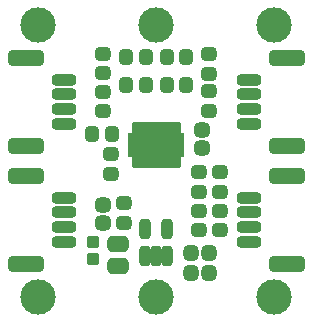
<source format=gbr>
G04 #@! TF.GenerationSoftware,KiCad,Pcbnew,(6.99.0-401-g0aca35bcab)*
G04 #@! TF.CreationDate,2022-01-13T14:08:31+01:00*
G04 #@! TF.ProjectId,TFI2CADT01A,54464932-4341-4445-9430-31412e6b6963,REV*
G04 #@! TF.SameCoordinates,PX78dfd90PY8290510*
G04 #@! TF.FileFunction,Soldermask,Bot*
G04 #@! TF.FilePolarity,Negative*
%FSLAX46Y46*%
G04 Gerber Fmt 4.6, Leading zero omitted, Abs format (unit mm)*
G04 Created by KiCad (PCBNEW (6.99.0-401-g0aca35bcab)) date 2022-01-13 14:08:31*
%MOMM*%
%LPD*%
G01*
G04 APERTURE LIST*
G04 Aperture macros list*
%AMRoundRect*
0 Rectangle with rounded corners*
0 $1 Rounding radius*
0 $2 $3 $4 $5 $6 $7 $8 $9 X,Y pos of 4 corners*
0 Add a 4 corners polygon primitive as box body*
4,1,4,$2,$3,$4,$5,$6,$7,$8,$9,$2,$3,0*
0 Add four circle primitives for the rounded corners*
1,1,$1+$1,$2,$3*
1,1,$1+$1,$4,$5*
1,1,$1+$1,$6,$7*
1,1,$1+$1,$8,$9*
0 Add four rect primitives between the rounded corners*
20,1,$1+$1,$2,$3,$4,$5,0*
20,1,$1+$1,$4,$5,$6,$7,0*
20,1,$1+$1,$6,$7,$8,$9,0*
20,1,$1+$1,$8,$9,$2,$3,0*%
G04 Aperture macros list end*
%ADD10C,3.000000*%
%ADD11RoundRect,0.400000X0.200000X0.275000X-0.200000X0.275000X-0.200000X-0.275000X0.200000X-0.275000X0*%
%ADD12RoundRect,0.418750X-0.256250X0.218750X-0.256250X-0.218750X0.256250X-0.218750X0.256250X0.218750X0*%
%ADD13RoundRect,0.425000X-0.225000X-0.250000X0.225000X-0.250000X0.225000X0.250000X-0.225000X0.250000X0*%
%ADD14RoundRect,0.200000X0.350000X-0.300000X0.350000X0.300000X-0.350000X0.300000X-0.350000X-0.300000X0*%
%ADD15RoundRect,0.400000X-0.275000X0.200000X-0.275000X-0.200000X0.275000X-0.200000X0.275000X0.200000X0*%
%ADD16RoundRect,0.400000X0.275000X-0.200000X0.275000X0.200000X-0.275000X0.200000X-0.275000X-0.200000X0*%
%ADD17RoundRect,0.400000X-0.200000X-0.275000X0.200000X-0.275000X0.200000X0.275000X-0.200000X0.275000X0*%
%ADD18RoundRect,0.350000X-0.700000X0.150000X-0.700000X-0.150000X0.700000X-0.150000X0.700000X0.150000X0*%
%ADD19RoundRect,0.450000X-1.100000X0.250000X-1.100000X-0.250000X1.100000X-0.250000X1.100000X0.250000X0*%
%ADD20RoundRect,0.350000X0.700000X-0.150000X0.700000X0.150000X-0.700000X0.150000X-0.700000X-0.150000X0*%
%ADD21RoundRect,0.450000X1.100000X-0.250000X1.100000X0.250000X-1.100000X0.250000X-1.100000X-0.250000X0*%
%ADD22RoundRect,0.350000X0.150000X-0.512500X0.150000X0.512500X-0.150000X0.512500X-0.150000X-0.512500X0*%
%ADD23RoundRect,0.200000X-0.125000X0.325000X-0.125000X-0.325000X0.125000X-0.325000X0.125000X0.325000X0*%
%ADD24RoundRect,0.200000X-2.200000X0.830000X-2.200000X-0.830000X2.200000X-0.830000X2.200000X0.830000X0*%
%ADD25RoundRect,0.450000X-0.475000X0.250000X-0.475000X-0.250000X0.475000X-0.250000X0.475000X0.250000X0*%
%ADD26RoundRect,0.425000X-0.250000X0.225000X-0.250000X-0.225000X0.250000X-0.225000X0.250000X0.225000X0*%
G04 APERTURE END LIST*
D10*
G04 #@! TO.C,M3*
X-124246000Y136906000D03*
G04 #@! TD*
G04 #@! TO.C,M4*
X-124246000Y159906000D03*
G04 #@! TD*
G04 #@! TO.C,M5*
X-104246000Y159906000D03*
G04 #@! TD*
G04 #@! TO.C,M2*
X-114246000Y159906000D03*
G04 #@! TD*
G04 #@! TO.C,M6*
X-104246000Y136906000D03*
G04 #@! TD*
G04 #@! TO.C,M1*
X-114246000Y136906000D03*
G04 #@! TD*
D11*
G04 #@! TO.C,R7*
X-111721000Y157175200D03*
X-113371000Y157175200D03*
G04 #@! TD*
D12*
G04 #@! TO.C,D1*
X-118746000Y144693500D03*
X-118746000Y143118500D03*
G04 #@! TD*
D13*
G04 #@! TO.C,C2*
X-111315800Y138938000D03*
X-109765800Y138938000D03*
G04 #@! TD*
D14*
G04 #@! TO.C,D2*
X-119634000Y141517600D03*
X-119634000Y140117600D03*
G04 #@! TD*
D15*
G04 #@! TO.C,R5*
X-108864400Y144194800D03*
X-108864400Y142544800D03*
G04 #@! TD*
D16*
G04 #@! TO.C,R16*
X-110617000Y145796000D03*
X-110617000Y147446000D03*
G04 #@! TD*
D13*
G04 #@! TO.C,C3*
X-111315800Y140600000D03*
X-109765800Y140600000D03*
G04 #@! TD*
D15*
G04 #@! TO.C,R15*
X-118746000Y157453600D03*
X-118746000Y155803600D03*
G04 #@! TD*
D17*
G04 #@! TO.C,R12*
X-116771000Y154813000D03*
X-115121000Y154813000D03*
G04 #@! TD*
D18*
G04 #@! TO.C,J5*
X-106396000Y155281000D03*
X-106396000Y154031000D03*
X-106396000Y152781000D03*
X-106396000Y151531000D03*
D19*
X-103196000Y157131000D03*
X-103196000Y149681000D03*
G04 #@! TD*
D15*
G04 #@! TO.C,R8*
X-109746000Y157441400D03*
X-109746000Y155791400D03*
G04 #@! TD*
D20*
G04 #@! TO.C,J1*
X-122096000Y141531000D03*
X-122096000Y142781000D03*
X-122096000Y144031000D03*
X-122096000Y145281000D03*
D21*
X-125296000Y139681000D03*
X-125296000Y147131000D03*
G04 #@! TD*
D17*
G04 #@! TO.C,R14*
X-116771000Y157175200D03*
X-115121000Y157175200D03*
G04 #@! TD*
D22*
G04 #@! TO.C,U1*
X-113299200Y140340500D03*
X-114249200Y140340500D03*
X-115199200Y140340500D03*
X-115199200Y142615500D03*
X-113299200Y142615500D03*
G04 #@! TD*
D16*
G04 #@! TO.C,R13*
X-118746000Y152603200D03*
X-118746000Y154253200D03*
G04 #@! TD*
G04 #@! TO.C,R1*
X-116941600Y143142200D03*
X-116941600Y144792200D03*
G04 #@! TD*
D15*
G04 #@! TO.C,R6*
X-110642400Y144170400D03*
X-110642400Y142520400D03*
G04 #@! TD*
G04 #@! TO.C,R2*
X-118110000Y148957800D03*
X-118110000Y147307800D03*
G04 #@! TD*
D11*
G04 #@! TO.C,R9*
X-111721000Y154813000D03*
X-113371000Y154813000D03*
G04 #@! TD*
G04 #@! TO.C,R3*
X-118008400Y150672800D03*
X-119658400Y150672800D03*
G04 #@! TD*
D16*
G04 #@! TO.C,R17*
X-108839000Y145796000D03*
X-108839000Y147446000D03*
G04 #@! TD*
D18*
G04 #@! TO.C,J3*
X-106396000Y145281000D03*
X-106396000Y144031000D03*
X-106396000Y142781000D03*
X-106396000Y141531000D03*
D19*
X-103196000Y147131000D03*
X-103196000Y139681000D03*
G04 #@! TD*
D20*
G04 #@! TO.C,J2*
X-122096000Y151531000D03*
X-122096000Y152781000D03*
X-122096000Y154031000D03*
X-122096000Y155281000D03*
D21*
X-125296000Y149681000D03*
X-125296000Y157131000D03*
G04 #@! TD*
D23*
G04 #@! TO.C,U2*
X-115996000Y151183400D03*
X-115496000Y151183400D03*
X-114996000Y151183400D03*
X-114496000Y151183400D03*
X-113996000Y151183400D03*
X-113496000Y151183400D03*
X-112996000Y151183400D03*
X-112496000Y151183400D03*
X-112496000Y148333400D03*
X-112996000Y148333400D03*
X-113496000Y148333400D03*
X-113996000Y148333400D03*
X-114496000Y148333400D03*
X-114996000Y148333400D03*
X-115496000Y148333400D03*
X-115996000Y148333400D03*
D24*
X-114246000Y149758400D03*
G04 #@! TD*
D25*
G04 #@! TO.C,C1*
X-117500400Y141361200D03*
X-117500400Y139461200D03*
G04 #@! TD*
D16*
G04 #@! TO.C,R10*
X-109746000Y152641800D03*
X-109746000Y154291800D03*
G04 #@! TD*
D26*
G04 #@! TO.C,C4*
X-110363000Y151003000D03*
X-110363000Y149453000D03*
G04 #@! TD*
M02*

</source>
